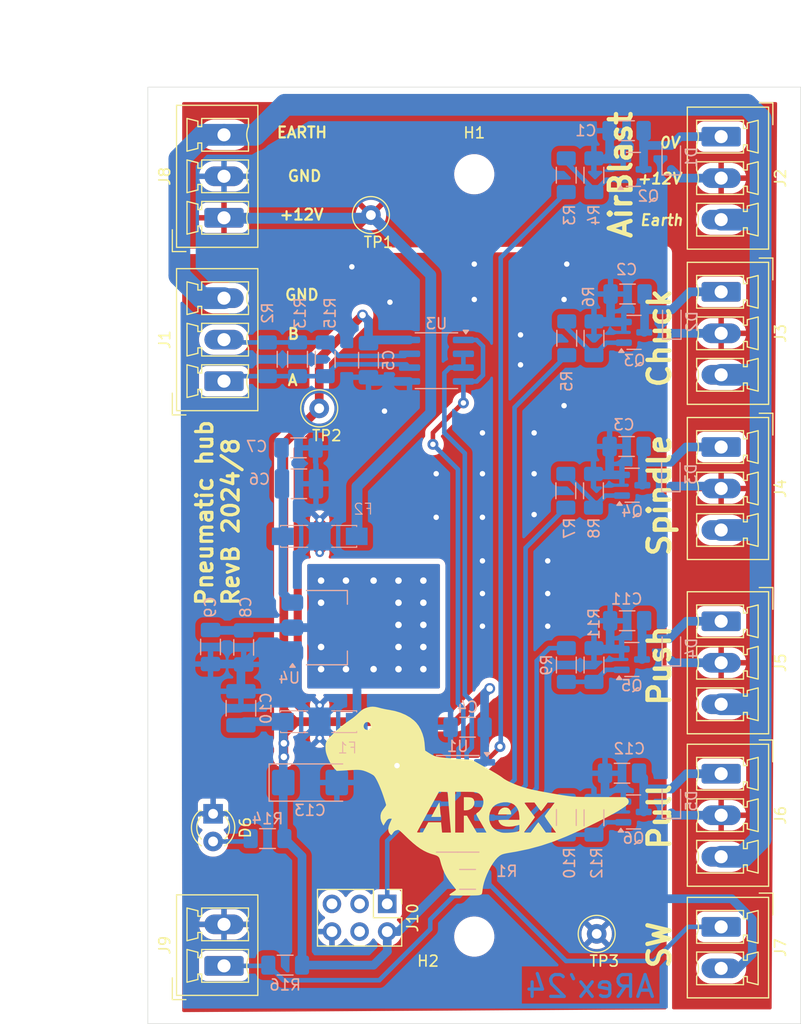
<source format=kicad_pcb>
(kicad_pcb (version 20240108) (generator "pcbnew") (generator_version "8.0")
  (layers (0 "F.Cu" signal) (31 "B.Cu" signal) (34 "B.Paste" user) (35 "F.Paste" user) (36 "B.SilkS" user "B.Silkscreen") (37 "F.SilkS" user "F.Silkscreen") (38 "B.Mask" user) (39 "F.Mask" user) (44 "Edge.Cuts" user))
  (net 0 "")
  (net 1 "GND")
  (net 2 "Earth")
  (net 3 "Net-(U4-VI)")
  (net 4 "VCC")
  (net 5 "+12V")
  (net 6 "Net-(Q2-G)")
  (net 7 "Net-(Q3-G)")
  (net 8 "Net-(Q4-G)")
  (net 9 "Net-(Q5-G)")
  (net 10 "Net-(Q6-G)")
  (net 11 "AIR_BLAST")
  (net 12 "CHUCK_CLAMP")
  (net 13 "SPINDLE_CLEAN")
  (net 14 "DOOR_PUSH")
  (net 15 "DOOR_PULL")
  (net 20 "UPDI")
  (net 21 "PRESSURE_ON")
  (net 22 "/A")
  (net 23 "Net-(D6-A)")
  (net 24 "Net-(U1-PA1)")
  (net 25 "Net-(U1-PA4)")
  (net 27 "OD_CC")
  (net 28 "Net-(D2-A)")
  (net 29 "Net-(D3-A)")
  (net 30 "Net-(D4-A)")
  (net 31 "Net-(D5-A)")
  (net 32 "/B")
  (net 33 "/VO")
  (net 34 "MAIN_PRESSURE_ON")
  (footprint "Connector_Phoenix_MC:PhoenixContact_MCV_1,5_3-G-3.81_1x03_P3.81mm_Vertical" (layer "F.Cu") (at 174.6875 72.7975 -90)
    (property "Reference" "J3")
    (property "Value" "Conn_01x03_Pin" (hide yes))
  )
  (footprint "TestPoint:TestPoint_Loop_D2.60mm_Drill0.9mm_Beaded" (layer "F.Cu") (at 163.25 131.75)
    (property "Reference" "TP3")
    (property "Value" "GND")
  )
  (footprint "Connector_Phoenix_MC:PhoenixContact_MCV_1,5_3-G-3.81_1x03_P3.81mm_Vertical" (layer "F.Cu") (at 174.6875 87.0475 -90)
    (property "Reference" "J4")
    (property "Value" "Conn_01x03_Pin" (hide yes))
  )
  (footprint "Connector_Phoenix_MC:PhoenixContact_MCV_1,5_2-G-3.81_1x02_P3.81mm_Vertical" (layer "F.Cu") (at 129 134.6875 90)
    (property "Reference" "J9")
    (property "Value" "Conn_01x02_Pin")
  )
  (footprint "Connector_Phoenix_MC:PhoenixContact_MCV_1,5_3-G-3.81_1x03_P3.81mm_Vertical" (layer "F.Cu") (at 174.6875 58.5475 -90)
    (property "Reference" "J2")
    (property "Value" "Conn_01x03_Pin" (hide yes))
  )
  (footprint "Connector_Phoenix_MC:PhoenixContact_MCV_1,5_3-G-3.81_1x03_P3.81mm_Vertical" (layer "F.Cu") (at 174.6875 117.0475 -90)
    (property "Reference" "J6")
    (property "Value" "Conn_01x03_Pin" (hide yes))
  )
  (footprint "Connector_Phoenix_MC:PhoenixContact_MCV_1,5_2-G-3.81_1x02_P3.81mm_Vertical" (layer "F.Cu") (at 174.6875 131.1075 -90)
    (property "Reference" "J7")
    (property "Value" "Conn_01x02_Pin" (hide yes))
  )
  (footprint "Connector_Phoenix_MC:PhoenixContact_MCV_1,5_3-G-3.81_1x03_P3.81mm_Vertical" (layer "F.Cu") (at 174.6875 103.0475 -90)
    (property "Reference" "J5")
    (property "Value" "Conn_01x03_Pin" (hide yes))
  )
  (footprint "TestPoint:TestPoint_Loop_D2.60mm_Drill0.9mm_Beaded" (layer "F.Cu") (at 137.75 83.5)
    (property "Reference" "TP2")
    (property "Value" "Vcc")
  )
  (footprint "Connector_Phoenix_MC:PhoenixContact_MCV_1,5_3-G-3.81_1x03_P3.81mm_Vertical" (layer "F.Cu") (at 129 66 90)
    (property "Reference" "J8")
    (property "Value" "Conn_01x03_Pin" (hide yes))
  )
  (footprint "Connector_Phoenix_MC:PhoenixContact_MCV_1,5_3-G-3.81_1x03_P3.81mm_Vertical" (layer "F.Cu") (at 129 81 90)
    (property "Reference" "J1")
    (property "Value" "Conn_01x03_Pin" (hide yes))
  )
  (footprint "MountingHole:MountingHole_3.2mm_M3_DIN965" (layer "F.Cu") (at 152 62)
    (property "Reference" "H1")
    (property "Value" "MountingHole")
  )
  (footprint "LED_THT:LED_D3.0mm" (layer "F.Cu") (at 128 120.725 -90)
    (property "Reference" "D6")
    (property "Value" "LED")
  )
  (footprint "LOGO" (layer "F.Cu") (at 152.25 119.5)
    (property "Reference" "G***" (hide yes))
    (property "Value" "LOGO" (hide yes))
  )
  (footprint "Connector_PinHeader_2.54mm:PinHeader_2x03_P2.54mm_Vertical" (layer "F.Cu") (at 144 129 -90)
    (property "Reference" "J10")
    (property "Value" "AVR-UPDI-6")
  )
  (footprint "MountingHole:MountingHole_3.2mm_M3_DIN965" (layer "F.Cu") (at 152 132)
    (property "Reference" "H2")
    (property "Value" "MountingHole")
  )
  (footprint "TestPoint:TestPoint_Loop_D2.60mm_Drill0.9mm_Beaded" (layer "F.Cu") (at 142.5 65.75)
    (property "Reference" "TP1")
    (property "Value" "+12V")
  )
  (footprint "Resistor_SMD:R_1206_3216Metric_Pad1.30x1.75mm_HandSolder" (layer "B.Cu") (at 163 77.064 -90)
    (property "Reference" "R6")
    (property "Value" "10K")
  )
  (footprint "Capacitor_SMD:C_1206_3216Metric_Pad1.33x1.80mm_HandSolder" (layer "B.Cu") (at 165.5785 117)
    (property "Reference" "C12")
    (property "Value" "1u")
  )
  (footprint "Resistor_SMD:R_1206_3216Metric_Pad1.30x1.75mm_HandSolder" (layer "B.Cu") (at 163 121.09 -90)
    (property "Reference" "R12")
    (property "Value" "10K")
  )
  (footprint "Resistor_SMD:R_1206_3216Metric_Pad1.30x1.75mm_HandSolder" (layer "B.Cu") (at 160.4985 77.064 90)
    (property "Reference" "R5")
    (property "Value" "22")
  )
  (footprint "Package_TO_SOT_SMD:SOT-23" (layer "B.Cu") (at 166.682 76.5195)
    (property "Reference" "Q3")
    (property "Value" "DMN6075S")
  )
  (footprint "Resistor_SMD:R_1206_3216Metric_Pad1.30x1.75mm_HandSolder" (layer "B.Cu") (at 134.62 134.62)
    (property "Reference" "R16")
    (property "Value" "10K")
  )
  (footprint "Package_TO_SOT_SMD:SOT-23" (layer "B.Cu") (at 166.6345 120.556)
    (property "Reference" "Q6")
    (property "Value" "DMN6075S")
  )
  (footprint "Capacitor_SMD:C_1210_3225Metric_Pad1.33x2.70mm_HandSolder" (layer "B.Cu") (at 135.89 90.424)
    (property "Reference" "C6")
    (property "Value" "10u 50V")
  )
  (footprint "Resistor_SMD:R_1206_3216Metric_Pad1.30x1.75mm_HandSolder" (layer "B.Cu") (at 135.76 78.994 -90)
    (property "Reference" "R13")
    (property "Value" "332")
  )
  (footprint "Capacitor_Tantalum_SMD:CP_EIA-6032-28_Kemet-C" (layer "B.Cu") (at 136.906 117.856)
    (property "Reference" "C13")
    (property "Value" "47uF")
  )
  (footprint "Adarwoo:Murata_NFM61R" (layer "B.Cu") (at 137.795 112.268 180)
    (property "Reference" "F1")
    (property "Value" "~")
  )
  (footprint "Capacitor_SMD:C_1210_3225Metric_Pad1.33x2.70mm_HandSolder" (layer "B.Cu") (at 130.556 111.0365 90)
    (property "Reference" "C10")
    (property "Value" "100n")
  )
  (footprint "Resistor_SMD:R_1206_3216Metric_Pad1.30x1.75mm_HandSolder" (layer "B.Cu") (at 132.978 78.994 -90)
    (property "Reference" "R2")
    (property "Value" "332")
  )
  (footprint "Capacitor_SMD:C_1206_3216Metric_Pad1.33x1.80mm_HandSolder" (layer "B.Cu") (at 166 87)
    (property "Reference" "C3")
    (property "Value" "1u")
  )
  (footprint "Diode_SMD:D_SOD-323F" (layer "B.Cu") (at 170.1505 75.54 90)
    (property "Reference" "D2")
    (property "Value" "4448")
  )
  (footprint "Capacitor_SMD:C_1206_3216Metric_Pad1.33x1.80mm_HandSolder" (layer "B.Cu") (at 166 58)
    (property "Reference" "C1")
    (property "Value" "1u")
  )
  (footprint "Capacitor_SMD:C_1206_3216Metric_Pad1.33x1.80mm_HandSolder" (layer "B.Cu") (at 166.0865 73)
    (property "Reference" "C2")
    (property "Value" "1u")
  )
  (footprint "Package_TO_SOT_SMD:SOT-23" (layer "B.Cu") (at 166.625 61.556)
    (property "Reference" "Q2")
    (property "Value" "DMN6075S")
  )
  (footprint "Diode_SMD:D_SOD-323F" (layer "B.Cu") (at 170.1025 60.456 90)
    (property "Reference" "D1")
    (property "Value" "4448")
  )
  (footprint "Diode_SMD:D_SOD-323F" (layer "B.Cu") (at 170.112 119.54 90)
    (property "Reference" "D5")
    (property "Value" "4448")
  )
  (footprint "Resistor_SMD:R_1206_3216Metric_Pad1.30x1.75mm_HandSolder" (layer "B.Cu") (at 160.4505 62.09 90)
    (property "Reference" "R3")
    (property "Value" "22")
  )
  (footprint "Package_SO:SOIC-14_3.9x8.7mm_P1.27mm" (layer "B.Cu") (at 150.475 119.81 180)
    (property "Reference" "U1")
    (property "Value" "ATtiny3224-SS")
  )
  (footprint "Capacitor_SMD:C_1206_3216Metric_Pad1.33x1.80mm_HandSolder" (layer "B.Cu") (at 166.048 103)
    (property "Reference" "C11")
    (property "Value" "1u")
  )
  (footprint "Package_TO_SOT_SMD:SOT-223" (layer "B.Cu") (at 138.43 103.632)
    (property "Reference" "U4")
    (property "Value" "LM1117DT-5.0")
  )
  (footprint "Resistor_SMD:R_1206_3216Metric_Pad1.30x1.75mm_HandSolder" (layer "B.Cu") (at 162.9905 62.09 -90)
    (property "Reference" "R4")
    (property "Value" "10K")
  )
  (footprint "Diode_SMD:D_SOD-323F" (layer "B.Cu") (at 170.064 89.54 90)
    (property "Reference" "D3")
    (property "Value" "4448")
  )
  (footprint "Adarwoo:Murata_NFM61R" (layer "B.Cu") (at 137.795 95.25 180)
    (property "Reference" "F2")
    (property "Value" "~")
  )
  (footprint "Resistor_SMD:R_1206_3216Metric_Pad1.30x1.75mm_HandSolder" (layer "B.Cu") (at 160.412 91.064 90)
    (property "Reference" "R7")
    (property "Value" "22")
  )
  (footprint "Resistor_SMD:R_1206_3216Metric_Pad1.30x1.75mm_HandSolder" (layer "B.Cu") (at 151.384 126.746 180)
    (property "Reference" "R1")
    (property "Value" "10K")
  )
  (footprint "Resistor_SMD:R_1206_3216Metric_Pad1.30x1.75mm_HandSolder" (layer "B.Cu") (at 162.952 91.064 -90)
    (property "Reference" "R8")
    (property "Value" "10K")
  )
  (footprint "Resistor_SMD:R_1206_3216Metric_Pad1.30x1.75mm_HandSolder" (layer "B.Cu") (at 163 107.064 -90)
    (property "Reference" "R11")
    (property "Value" "10K")
  )
  (footprint "Capacitor_SMD:C_1206_3216Metric_Pad1.33x1.80mm_HandSolder" (layer "B.Cu") (at 151.384 112.776 180)
    (property "Reference" "C4")
    (property "Value" "1u")
  )
  (footprint "Capacitor_SMD:C_1206_3216Metric_Pad1.33x1.80mm_HandSolder" (layer "B.Cu") (at 127.762 105.41 -90)
    (property "Reference" "C9")
    (property "Value" "100n")
  )
  (footprint "Resistor_SMD:R_1206_3216Metric_Pad1.30x1.75mm_HandSolder" (layer "B.Cu") (at 160.46 107.064 -90)
    (property "Reference" "R9")
    (property "Value" "22")
  )
  (footprint "Capacitor_SMD:C_1206_3216Metric_Pad1.33x1.80mm_HandSolder" (layer "B.Cu") (at 135.8515 87.122)
    (property "Reference" "C7")
    (property "Value" "100n")
  )
  (footprint "Package_TO_SOT_SMD:SOT-23" (layer "B.Cu") (at 166.4775 106.556)
    (property "Reference" "Q5")
    (property "Value" "DMN6075S" (hide yes))
  )
  (footprint "Capacitor_SMD:C_1206_3216Metric_Pad1.33x1.80mm_HandSolder" (layer "B.Cu") (at 130.81 105.4485 -90)
    (property "Reference" "C8")
    (property "Value" "4u7 10V")
  )
  (footprint "Resistor_SMD:R_1206_3216Metric_Pad1.30x1.75mm_HandSolder" (layer "B.Cu") (at 138.3 78.994 -90)
    (property "Reference" "R15")
    (property "Value" "332")
  )
  (footprint "Resistor_SMD:R_1206_3216Metric_Pad1.30x1.75mm_HandSolder" (layer "B.Cu") (at 160.46 121.064 -90)
    (property "Reference" "R10")
    (property "Value" "22")
  )
  (footprint "Resistor_SMD:R_1206_3216Metric_Pad1.30x1.75mm_HandSolder" (layer "B.Cu") (at 133 123 180)
    (property "Reference" "R14")
    (property "Value" "470")
  )
  (footprint "Capacitor_SMD:C_1206_3216Metric_Pad1.33x1.80mm_HandSolder" (layer "B.Cu") (at 142.278 79.0755 90)
    (property "Reference" "C5")
    (property "Value" "1u")
  )
  (footprint "Diode_SMD:D_SOD-323F" (layer "B.Cu") (at 170.112 105.54 90)
    (property "Reference" "D4")
    (property "Value" "4448")
  )
  (footprint "Package_SO:SOIC-8_3.9x4.9mm_P1.27mm" (layer "B.Cu") (at 148.525 79.121 180)
    (property "Reference" "U3")
    (property "Value" "LT1785AxS8")
  )
  (footprint "Package_TO_SOT_SMD:SOT-23" (layer "B.Cu") (at 166.508 90.556)
    (property "Reference" "Q4")
    (property "Value" "DMN6075S")
  )
  (gr_circle (center 152 62) (end 151.496 58.674) (stroke (width 0.2)) (fill none) (layer "F.Cu") (net 5))
  (gr_rect (start 122 54) (end 182 140) (stroke (width 0.05)) (fill none) (layer "Edge.Cuts"))
  (gr_text "ARex'24" (at 168.75 137.75 0) (layer "B.Cu") (effects (font (size 2 2) (thickness 0.3) (bold yes)) (justify left bottom mirror)))
  (gr_text "EARTH" (at 133.75 58.75 0) (layer "F.SilkS") (effects (font (size 1 1) (thickness 0.2) (bold yes)) (justify left bottom)))
  (gr_text "Spindle" (at 170.18 97.282 90) (layer "F.SilkS") (effects (font (size 2 2) (thickness 0.4) (bold yes)) (justify left bottom)))
  (gr_text "A" (at 134.75 81.5 0) (layer "F.SilkS") (effects (font (size 1 1) (thickness 0.2) (bold yes)) (justify left bottom)))
  (gr_text "SW" (at 170.18 135.128 90) (layer "F.SilkS") (effects (font (size 2 2) (thickness 0.4) (bold yes)) (justify left bottom)))
  (gr_text "Chuck" (at 170.18 81.788 90) (layer "F.SilkS") (effects (font (size 2 2) (thickness 0.4) (bold yes)) (justify left bottom)))
  (gr_text "Earth" (at 167.132 66.802 0) (layer "F.SilkS") (effects (font (size 1 1) (thickness 0.2) (bold yes) (italic yes)) (justify left bottom)))
  (gr_text "Pneumatic hub\nRevB 2024/8" (at 130.5 101.75 90) (layer "F.SilkS") (effects (font (size 1.5 1.5) (thickness 0.3) (bold yes)) (justify left bottom)))
  (gr_text "B" (at 134.75 77.25 0) (layer "F.SilkS") (effects (font (size 1 1) (thickness 0.2) (bold yes)) (justify left bottom)))
  (gr_text "AirBlast" (at 166.624 68.072 90) (layer "F.SilkS") (effects (font (size 2 2) (thickness 0.4) (bold yes)) (justify left bottom)))
  (gr_text "GND" (at 134.75 62.75 0) (layer "F.SilkS") (effects (font (size 1 1) (thickness 0.2) (bold yes)) (justify left bottom)))
  (gr_text "+12V" (at 134 66.294 0) (layer "F.SilkS") (effects (font (size 1 1) (thickness 0.2) (bold yes)) (justify left bottom)))
  (gr_text "0V" (at 168.91 59.69 0) (layer "F.SilkS") (effects (font (size 1 1) (thickness 0.2) (bold yes) (italic yes)) (justify left bottom)))
  (gr_text "+12V" (at 166.878 62.992 0) (layer "F.SilkS") (effects (font (size 1 1) (thickness 0.2) (bold yes) (italic yes)) (justify left bottom)))
  (gr_text "GND" (at 134.5 73.66 0) (layer "F.SilkS") (effects (font (size 1 1) (thickness 0.2) (bold yes)) (justify left bottom)))
  (gr_text "Pull" (at 170.18 124.206 90) (layer "F.SilkS") (effects (font (size 2 2) (thickness 0.4) (bold yes)) (justify left bottom)))
  (gr_text "Push" (at 170.18 110.998 90) (layer "F.SilkS") (effects (font (size 2 2) (thickness 0.4) (bold yes)) (justify left bottom)))
  (via (at 160.5 70.25) (size 1) (drill 0.5) (layers "F.Cu" "B.Cu") (net 1))
  (via (at 157.5 85.75) (size 1) (drill 0.5) (layers "F.Cu" "B.Cu") (net 1))
  (via (at 158.75 97.5) (size 1) (drill 0.5) (layers "F.Cu" "B.Cu") (net 1))
  (via (at 156.25 76.75) (size 1) (drill 0.5) (layers "F.Cu" "B.Cu") (net 1))
  (via (at 160.25 83.25) (size 1) (drill 0.5) (layers "F.Cu" "B.Cu") (net 1))
  (via (at 152.75 97.5) (size 1) (drill 0.5) (layers "F.Cu" "B.Cu") (net 1))
  (via (at 140.75 70.5) (size 1) (drill 0.5) (layers "F.Cu" "B.Cu") (net 1))
  (via (at 143.75 83.75) (size 1) (drill 0.5) (layers "F.Cu" "B.Cu") (net 1))
  (via (at 144.25 73.75) (size 1) (drill 0.5) (layers "F.Cu" "B.Cu") (net 1))
  (via (at 148.5 93.5) (size 1) (drill 0.5) (layers "F.Cu" "B.Cu") (net 1))
  (via (at 158.75 100.5) (size 1) (drill 0.5) (layers "F.Cu" "B.Cu") (net 1))
  (via (at 157.5 93.25) (size 1) (drill 0.5) (layers "F.Cu" "B.Cu") (net 1))
  (via (at 152 70.25) (size 1) (drill 0.5) (layers "F.Cu" "B.Cu") (net 1))
  (via (at 158.75 103.5) (size 1) (drill 0.5) (layers "F.Cu" "B.Cu") (net 1))
  (via (at 148.5 89.5) (size 1) (drill 0.5) (layers "F.Cu" "B.Cu") (net 1))
  (via (at 152 73.5) (size 1) (drill 0.5) (layers "F.Cu" "B.Cu") (net 1))
  (via (at 152.75 85.75) (size 1) (drill 0.5) (layers "F.Cu" "B.Cu") (net 1))
  (via (at 160.25 73.5) (size 1) (drill 0.5) (layers "F.Cu" "B.Cu") (net 1))
  (via (at 152.75 89.5) (size 1) (drill 0.5) (layers "F.Cu" "B.Cu") (net 1))
  (via (at 152.75 100.5) (size 1) (drill 0.5) (layers "F.Cu" "B.Cu") (net 1))
  (via (at 152.75 93.5) (size 1) (drill 0.5) (layers "F.Cu" "B.Cu") (net 1))
  (via (at 157.5 89.5) (size 1) (drill 0.5) (layers "F.Cu" "B.Cu") (net 1))
  (via (at 156.25 79.5) (size 1) (drill 0.5) (layers "F.Cu" "B.Cu") (net 1))
  (via (at 152.75 103.5) (size 1) (drill 0.5) (layers "F.Cu" "B.Cu") (net 1))
  (segment (start 142.278 80.638) (end 142.666 81.026) (width 0.8) (layer "B.Cu") (net 1))
  (segment (start 175.65443 128.524) (end 168.402 128.524) (width 0.8) (layer "B.Cu") (net 1))
  (segment (start 165.6875 60.606) (end 164.084 60.606) (width 0.8) (layer "B.Cu") (net 1))
  (segment (start 164.4855 103) (end 164.4855 105.4995) (width 0.8) (layer "B.Cu") (net 1))
  (segment (start 164.524 75.514) (end 163 75.514) (width 0.8) (layer "B.Cu") (net 1))
  (segment (start 131.889 105.932) (end 130.81 107.011) (width 0.8) (layer "B.Cu") (net 1))
  (segment (start 164.4375 87) (end 164.4375 89.5065) (width 0.8) (layer "B.Cu") (net 1))
  (segment (start 164.084 60.606) (end 163.0565 60.606) (width 0.8) (layer "B.Cu") (net 1))
  (segment (start 174.6875 134.9175) (end 176.2325 134.9175) (width 0.8) (layer "B.Cu") (net 1))
  (segment (start 164.4375 89.5065) (end 164.338 89.606) (width 0.8) (layer "B.Cu") (net 1))
  (segment (start 135.28 105.932) (end 131.889 105.932) (width 0.8) (layer "B.Cu") (net 1))
  (segment (start 164.016 119.538) (end 164.084 119.606) (width 0.8) (layer "B.Cu") (net 1))
  (segment (start 165.7445 75.5695) (end 163.0555 75.5695) (width 0.8) (layer "B.Cu") (net 1))
  (segment (start 164.4855 105.4995) (end 164.592 105.606) (width 0.8) (layer "B.Cu") (net 1))
  (segment (start 165.697 119.606) (end 164.084 119.606) (width 0.8) (layer "B.Cu") (net 1))
  (segment (start 177.546 133.604) (end 177.546 130.41557) (width 0.8) (layer "B.Cu") (net 1))
  (segment (start 164.4375 58) (end 164.4375 60.2525) (width 0.8) (layer "B.Cu") (net 1))
  (segment (start 130.556 109.474) (end 130.556 107.265) (width 0.8) (layer "B.Cu") (net 1))
  (segment (start 164.524 73) (end 164.524 75.514) (width 0.8) (layer "B.Cu") (net 1))
  (segment (start 164.592 105.606) (end 163.092 105.606) (width 0.8) (layer "B.Cu") (net 1))
  (segment (start 127.762 106.9725) (end 130.7715 106.9725) (width 0.8) (layer "B.Cu") (net 1))
  (segment (start 142.666 81.026) (end 146.05 81.026) (width 0.8) (layer "B.Cu") (net 1))
  (segment (start 165.54 105.606) (end 164.592 105.606) (width 0.8) (layer "B.Cu") (net 1))
  (segment (start 177.546 130.41557) (end 175.65443 128.524) (width 0.8) (layer "B.Cu") (net 1))
  (segment (start 164.4375 60.2525) (end 164.084 60.606) (width 0.8) (layer "B.Cu") (net 1))
  (segment (start 165.5705 89.606) (end 164.338 89.606) (width 0.8) (layer "B.Cu") (net 1))
  (segment (start 164.016 117) (end 164.016 119.538) (width 0.8) (layer "B.Cu") (net 1))
  (segment (start 164.338 89.606) (end 163.044 89.606) (width 0.8) (layer "B.Cu") (net 1))
  (segment (start 176.2325 134.9175) (end 177.546 133.604) (width 0.8) (layer "B.Cu") (net 1))
  (segment (start 164.084 119.606) (end 163.066 119.606) (width 0.8) (layer "B.Cu") (net 1))
  (segment (start 178.308 56.896) (end 178.308 80.264) (width 2) (layer "B.Cu") (net 2))
  (segment (start 178.308 110.236) (end 178.308 123.047) (width 2) (layer "B.Cu") (net 2))
  (segment (start 129 73.38) (end 126.98 73.38) (width 2) (layer "B.Cu") (net 2))
  (segment (start 129 58.38) (end 131.866 58.38) (width 2) (layer "B.Cu") (net 2))
  (segment (start 127.12 58.38) (end 129 58.38) (width 2) (layer "B.Cu") (net 2))
  (segment (start 174.6875 66.1675) (end 178.1815 66.1675) (width 2) (layer "B.Cu") (net 2))
  (segment (start 178.308 94.488) (end 178.308 110.236) (width 2) (layer "B.Cu") (net 2))
  (segment (start 177.038 55.626) (end 178.308 56.896) (width 2) (layer "B.Cu") (net 2))
  (segment (start 126.98 73.38) (end 124.9 71.3) (width 2) (layer "B.Cu") (net 2))
  (segment (start 178.308 123.047) (end 176.6875 124.6675) (width 2) (layer "B.Cu") (net 2))
  (segment (start 174.6875 80.4175) (end 178.1545 80.4175) (width 2) (layer "B.Cu") (net 2))
  (segment (start 131.866 58.38) (end 134.62 55.626) (width 2) (layer "B.Cu") (net 2))
  (segment (start 178.308 80.264) (end 178.308 94.488) (width 2) (layer "B.Cu") (net 2))
  (segment (start 178.1285 94.6675) (end 178.308 94.488) (width 2) (layer "B.Cu") (net 2))
  (segment (start 176.6875 124.6675) (end 174.6875 124.6675) (width 2) (layer "B.Cu") (net 2))
  (segment (start 134.62 55.626) (end 177.038 55.626) (width 2) (layer "B.Cu") (net 2))
  (segment (start 124.9 60.6) (end 127.12 58.38) (width 2) (layer "B.Cu") (net 2))
  (segment (start 177.8765 110.6675) (end 178.308 110.236) (width 2) (layer "B.Cu") (net 2))
  (segment (start 174.6875 94.6675) (end 178.1285 94.6675) (width 2) (layer "B.Cu") (net 2))
  (segment (start 178.1545 80.4175) (end 178.308 80.264) (width 2) (layer "B.Cu") (net 2))
  (segment (start 124.9 71.3) (end 124.9 60.6) (width 2) (layer "B.Cu") (net 2))
  (segment (start 174.6875 110.6675) (end 177.8765 110.6675) (width 2) (layer "B.Cu") (net 2))
  (segment (start 134.289 87.122) (end 134.289 90.3855) (width 0.8) (layer "B.Cu") (net 3))
  (segment (start 135.28 101.332) (end 134.424 100.476) (width 0.8) (layer "B.Cu") (net 3))
  (segment (start 134.424 95.25) (end 134.424 90.5205) (width 0.8) (layer "B.Cu") (net 3))
  (segment (start 134.424 100.476) (end 134.424 95.25) (width 0.8) (layer "B.Cu") (net 3))
  (segment (start 135.636 112.268) (end 135.516 112.268) (width 0.8) (layer "F.Cu") (net 4))
  (segment (start 134.5 114.25) (end 134.5 113.284) (width 0.8) (layer "F.Cu") (net 4))
  (segment (start 134.5 113.284) (end 134.62 113.284) (width 0.8) (layer "F.Cu") (net 4))
  (segment (start 134.5 113.284) (end 134.5 111.252) (width 0.8) (layer "F.Cu") (net 4))
  (segment (start 134.5 111.252) (end 134.5 86.75) (width 0.8) (layer "F.Cu") (net 4))
  (segment (start 134.5 115.5) (end 134.5 114.25) (width 0.8) (layer "F.Cu") (net 4))
  (segment (start 135.516 112.268) (end 134.5 111.252) (width 0.8) (layer "F.Cu") (net 4))
  (segment (start 137.75 78.912) (end 141.732 74.93) (width 0.8) (layer "F.Cu") (net 4))
  (segment (start 150.368 112.268) (end 153.416 109.22) (width 0.8) (layer "F.Cu") (net 4))
  (segment (start 135.636 112.268) (end 150.368 112.268) (width 0.8) (layer "F.Cu") (net 4))
  (segment (start 134.5 112.268) (end 135.636 112.268) (width 0.8) (layer "F.Cu") (net 4))
  (segment (start 134.5 86.75) (end 137.75 83.5) (width 0.8) (layer "F.Cu") (net 4))
  (segment (start 137.75 83.5) (end 137.75 78.912) (width 0.8) (layer "F.Cu") (net 4))
  (segment (start 134.62 113.284) (end 135.636 112.268) (width 0.8) (layer "F.Cu") (net 4))
  (via (at 141.732 74.93) (size 1) (drill 0.6) (layers "F.Cu" "B.Cu") (net 4))
  (via (at 134.5 114.25) (size 1) (drill 0.6) (layers "F.Cu" "B.Cu") (net 4))
  (via (at 153.416 109.22) (size 1) (drill 0.6) (layers "F.Cu" "B.Cu") (net 4))
  (via (at 134.5 115.5) (size 1) (drill 0.6) (layers "F.Cu" "B.Cu") (net 4))
  (segment (start 153.416 109.22) (end 152.9465 109.6895) (width 0.8) (layer "B.Cu") (net 4))
  (segment (start 149.834 126.746) (end 145.04 131.54) (width 0.8) (layer "B.Cu") (net 4))
  (segment (start 136.17 124.62) (end 134.55 123) (width 0.8) (layer "B.Cu") (net 4))
  (segment (start 136.17 134.62) (end 136.17 124.62) (width 0.8) (layer "B.Cu") (net 4))
  (segment (start 146.05 77.216) (end 142.575 77.216) (width 0.8) (layer "B.Cu") (net 4))
  (segment (start 134.4435 117.856) (end 134.4435 112.2875) (width 0.8) (layer "B.Cu") (net 4))
  (segment (start 142.278 75.476) (end 141.732 74.93) (width 0.8) (layer "B.Cu") (net 4))
  (segment (start 152.9465 109.6895) (end 152.9465 112.776) (width 0.8) (layer "B.Cu") (net 4))
  (segment (start 145.04 131.54) (end 144 131.54) (width 0.8) (layer "B.Cu") (net 4))
  (segment (start 142.748 134.62) (end 136.17 134.62) (width 0.8) (layer "B.Cu") (net 4))
  (segment (start 152.95 116) (end 152.95 112.7795) (width 0.8) (layer "B.Cu") (net 4))
  (segment (start 130.887 112.268) (end 130.556 112.599) (width 0.8) (layer "B.Cu") (net 4))
  (segment (start 142.278 77.513) (end 142.278 75.476) (width 0.8) (layer "B.Cu") (net 4))
  (segment (start 144 131.54) (end 144 133.332) (width 0.8) (layer "B.Cu") (net 4))
  (segment (start 134.424 112.268) (end 130.887 112.268) (width 0.8) (layer "B.Cu") (net 4))
  (segment (start 144.018 133.35) (end 142.748 134.62) (width 0.8) (layer "B.Cu") (net 4))
  (segment (start 144 133.332) (end 144.018 133.35) (width 0.8) (layer "B.Cu") (net 4))
  (segment (start 142.575 77.216) (end 142.278 77.513) (width 0.8) (layer "B.Cu") (net 4))
  (segment (start 134.4435 117.856) (end 134.4435 122.8935) (width 0.8) (layer "B.Cu") (net 4))
  (segment (start 148 83.902) (end 148 71.25) (width 1) (layer "B.Cu") (net 5))
  (segment (start 170.3295 106.8575) (end 170.112 106.64) (width 0.8) (layer "B.Cu") (net 5))
  (segment (start 142.5 65.75) (end 142.21 66.04) (width 1) (layer "B.Cu") (net 5))
  (segment (start 148 71.25) (end 142.5 65.75) (width 1) (layer "B.Cu") (net 5))
  (segment (start 170.904 62.3575) (end 170.1025 61.556) (width 0.8) (layer "B.Cu") (net 5))
  (segment (start 170.183 76.6075) (end 170.1505 76.64) (width 0.8) (layer "B.Cu") (net 5))
  (segment (start 174.6875 76.6075) (end 170.183 76.6075) (width 0.8) (layer "B.Cu") (net 5))
  (segment (start 141.224 95.25) (end 141.224 90.678) (width 1) (layer "B.Cu") (net 5))
  (segment (start 170.3295 120.8575) (end 170.112 120.64) (width 0.8) (layer "B.Cu") (net 5))
  (segment (start 170.064 90.64) (end 174.47 90.64) (width 0.8) (layer "B.Cu") (net 5))
  (segment (start 174.6875 106.8575) (end 170.3295 106.8575) (width 0.8) (layer "B.Cu") (net 5))
  (segment (start 142.21 66.04) (end 129.04 66.04) (width 1) (layer "B.Cu") (net 5))
  (segment (start 174.6875 62.3575) (end 170.904 62.3575) (width 0.8) (layer "B.Cu") (net 5))
  (segment (start 174.6875 120.8575) (end 170.3295 120.8575) (width 0.8) (layer "B.Cu") (net 5))
  (segment (start 141.224 90.678) (end 148 83.902) (width 1) (layer "B.Cu") (net 5))
  (segment (start 162.9905 63.4225) (end 160.4505 60.8825) (width 0.42) (layer "B.Cu") (net 6))
  (segment (start 165.6875 62.506) (end 164.1245 62.506) (width 0.42) (layer "B.Cu") (net 6))
  (segment (start 164.1245 62.506) (end 162.9905 63.64) (width 0.42) (layer "B.Cu") (net 6))
  (segment (start 160.4985 75.514) (end 160.4985 76.1125) (width 0.42) (layer "B.Cu") (net 7))
  (segment (start 160.4985 76.1125) (end 163 78.614) (width 0.42) (layer "B.Cu") (net 7))
  (segment (start 164.1445 77.4695) (end 163 78.614) (width 0.42) (layer "B.Cu") (net 7))
  (segment (start 165.7445 77.4695) (end 164.1445 77.4695) (width 0.42) (layer "B.Cu") (net 7))
  (segment (start 165.5705 91.506) (end 164.06 91.506) (width 0.42) (layer "B.Cu") (net 8))
  (segment (start 162.952 92.614) (end 162.952 92.054) (width 0.42) (layer "B.Cu") (net 8))
  (segment (start 162.952 92.054) (end 160.412 89.514) (width 0.42) (layer "B.Cu") (net 8))
  (segment (start 164.06 91.506) (end 162.952 92.614) (width 0.42) (layer "B.Cu") (net 8))
  (segment (start 165.54 107.506) (end 164.108 107.506) (width 0.42) (layer "B.Cu") (net 9))
  (segment (start 163 108.614) (end 160.46 108.614) (width 0.42) (layer "B.Cu") (net 9))
  (segment (start 164.108 107.506) (end 163 108.614) (width 0.42) (layer "B.Cu") (net 9))
  (segment (start 163 122.64) (end 160.486 122.64) (width 0.42) (layer "B.Cu") (net 10))
  (segment (start 164.134 121.506) (end 163 122.64) (width 0.42) (layer "B.Cu") (net 10))
  (segment (start 165.697 121.506) (end 164.134 121.506) (width 0.42) (layer "B.Cu") (net 10))
  (segment (start 154.362 114.554) (end 154.362 114.624) (width 0.42) (layer "F.Cu") (net 11))
  (segment (start 154.362 114.624) (end 152.686 116.3) (width 0.42) (layer "F.Cu") (net 11))
  (segment (start 152.686 116.3) (end 144.9 116.3) (width 0.42) (layer "F.Cu") (net 11))
  (via (at 144.9 116.3) (size 1) (drill 0.5) (layers "F.Cu" "B.Cu") (net 11))
  (via (at 154.362 114.554) (size 1) (drill 0.5) (layers "F.Cu" "B.Cu") (net 11))
  (segment (start 144.9 116.3) (end 145.87 117.27) (width 0.42) (layer "B.Cu") (net 11))
  (segment (start 145.87 117.27) (end 148 117.27) (width 0.42) (layer "B.Cu") (net 11))
  (segment (start 154.432 69.6585) (end 160.4505 63.64) (width 0.42) (layer "B.Cu") (net 11))
  (segment (start 154.362 114.554) (end 154.432 114.484) (width 0.42) (layer "B.Cu") (net 11))
  (segment (start 154.432 114.484) (end 154.432 69.6585) (width 0.42) (layer "B.Cu") (net 11))
  (segment (start 154.764 118.54) (end 155.702 117.602) (width 0.42) (layer "B.Cu") (net 12))
  (segment (start 155.702 83.4105) (end 160.4985 78.614) (width 0.42) (layer "B.Cu") (net 12))
  (segment (start 155.702 117.602) (end 155.702 83.4105) (width 0.42) (layer "B.Cu") (net 12))
  (segment (start 152.95 118.54) (end 154.764 118.54) (width 0.42) (layer "B.Cu") (net 12))
  (segment (start 156.718 96.308) (end 160.412 92.614) (width 0.42) (layer "B.Cu") (net 13))
  (segment (start 156.718 118.11) (end 156.718 96.308) (width 0.42) (layer "B.Cu") (net 13))
  (segment (start 155.018 119.81) (end 156.718 118.11) (width 0.42) (layer "B.Cu") (net 13))
  (segment (start 152.95 119.81) (end 155.018 119.81) (width 0.42) (layer "B.Cu") (net 13))
  (segment (start 157.734 106.68) (end 158.9 105.514) (width 0.42) (layer "B.Cu") (net 14))
  (segment (start 152.95 121.08) (end 155.018 121.08) (width 0.42) (layer "B.Cu") (net 14))
  (segment (start 157.734 118.364) (end 157.734 106.68) (width 0.42) (layer "B.Cu") (net 14))
  (segment (start 155.018 121.08) (end 157.734 118.364) (width 0.42) (layer "B.Cu") (net 14))
  (segment (start 158.9 105.514) (end 160.46 105.514) (width 0.42) (layer "B.Cu") (net 14))
  (segment (start 158.486 119.514) (end 160.46 119.514) (width 0.42) (layer "B.Cu") (net 15))
  (segment (start 155.65 122.35) (end 158.486 119.514) (width 0.42) (layer "B.Cu") (net 15))
  (segment (start 152.95 122.35) (end 155.65 122.35) (width 0.42) (layer "B.Cu") (net 15))
  (segment (start 148 121.08) (end 146.128 121.08) (width 0.42) (layer "B.Cu") (net 20))
  (segment (start 144 123.208) (end 144 129) (width 0.42) (layer "B.Cu") (net 20))
  (segment (start 146.128 121.08) (end 144 123.208) (width 0.42) (layer "B.Cu") (net 20))
  (segment (start 152.934 126.746) (end 152.934 123.636) (width 0.42) (layer "B.Cu") (net 21))
  (segment (start 168.512325 134.237675) (end 171.6425 131.1075) (width 0.42) (layer "B.Cu") (net 21))
  (segment (start 160.425675 134.237675) (end 168.512325 134.237675) (width 0.42) (layer "B.Cu") (net 21))
  (segment (start 152.934 126.746) (end 160.425675 134.237675) (width 0.42) (layer "B.Cu") (net 21))
  (segment (start 171.6425 131.1075) (end 174.6875 131.1075) (width 0.42) (layer "B.Cu") (net 21))
  (segment (start 138.3 80.544) (end 135.76 80.544) (width 0.42) (layer "B.Cu") (net 22))
  (segment (start 132.978 80.544) (end 129.456 80.544) (width 0.42) (layer "B.Cu") (net 22))
  (segment (start 146.05 79.756) (end 145.750001 79.456001) (width 0.42) (layer "B.Cu") (net 22))
  (segment (start 139.387999 79.456001) (end 138.3 80.544) (width 0.42) (layer "B.Cu") (net 22))
  (segment (start 135.76 80.544) (end 132.978 80.544) (width 0.42) (layer "B.Cu") (net 22))
  (segment (start 145.750001 79.456001) (end 139.387999 79.456001) (width 0.42) (layer "B.Cu") (net 22))
  (segment (start 131.185 123.265) (end 128 123.265) (width 0.42) (layer "B.Cu") (net 23))
  (segment (start 150.934 83) (end 151 83) (width 0.42) (layer "F.Cu") (net 24))
  (segment (start 148.2 85.734) (end 150.934 83) (width 0.42) (layer "F.Cu") (net 24))
  (segment (start 148.2 86.8) (end 148.2 85.734) (width 0.42) (layer "F.Cu") (net 24))
  (via (at 148.2 86.8) (size 1) (drill 0.5) (layers "F.Cu" "B.Cu") (net 24))
  (via (at 151 83) (size 1) (drill 0.5) (layers "F.Cu" "B.Cu") (net 24))
  (segment (start 150.994 111.072062) (end 150.495 110.573062) (width 0.42) (layer "B.Cu") (net 24))
  (segment (start 151 83) (end 151 81.026) (width 0.42) (layer "B.Cu") (net 24))
  (segment (start 149.7 119.81) (end 150.55573 118.95427) (width 0.42) (layer "B.Cu") (net 24))
  (segment (start 150.55573 118.95427) (end 150.55573 114.73827) (width 0.42) (layer "B.Cu") (net 24))
  (segment (start 150.495 89.095) (end 148.2 86.8) (width 0.42) (layer "B.Cu") (net 24))
  (segment (start 148 119.81) (end 149.7 119.81) (width 0.42) (layer "B.Cu") (net 24))
  (segment (start 151 77.216) (end 152.216 77.216) (width 0.42) (layer "B.Cu") (net 24))
  (segment (start 150.55573 114.73827) (end 150.994 114.3) (width 0.42) (layer "B.Cu") (net 24))
  (segment (start 152.224 81.026) (end 151 81.026) (width 0.42) (layer "B.Cu") (net 24))
  (segment (start 152.216 77.216) (end 152.8 77.8) (width 0.42) (layer "B.Cu") (net 24))
  (segment (start 150.994 114.3) (end 150.994 111.072062) (width 0.42) (layer "B.Cu") (net 24))
  (segment (start 150.495 110.573062) (end 150.495 89.095) (width 0.42) (layer "B.Cu") (net 24))
  (segment (start 152.8 77.8) (end 152.8 80.45) (width 0.42) (layer "B.Cu") (net 24))
  (segment (start 152.8 80.45) (end 152.224 81.026) (width 0.42) (layer "B.Cu") (net 24))
  (segment (start 151.3 116.8) (end 151.77 117.27) (width 0.42) (layer "B.Cu") (net 25))
  (segment (start 151.13 109.775625) (end 151.774 110.419625) (width 0.42) (layer "B.Cu") (net 25))
  (segment (start 151.13 87.63) (end 151.13 109.775625) (width 0.42) (layer "B.Cu") (net 25))
  (segment (start 149.25 80.25) (end 149.25 85.75) (width 0.42) (layer "B.Cu") (net 25))
  (segment (start 151 79.756) (end 151 78.486) (width 0.42) (layer "B.Cu") (net 25))
  (segment (start 151.774 110.419625) (end 151.774 114.626) (width 0.42) (layer "B.Cu") (net 25))
  (segment (start 151.3 115.1) (end 151.3 116.8) (width 0.42) (layer "B.Cu") (net 25))
  (segment (start 151.774 114.626) (end 151.3 115.1) (width 0.42) (layer "B.Cu") (net 25))
  (segment (start 149.25 85.75) (end 151.13 87.63) (width 0.42) (layer "B.Cu") (net 25))
  (segment (start 151.77 117.27) (end 152.95 117.27) (width 0.42) (layer "B.Cu") (net 25))
  (segment (start 149.744 79.756) (end 149.25 80.25) (width 0.42) (layer "B.Cu") (net 25))
  (segment (start 151 79.756) (end 149.744 79.756) (width 0.42) (layer "B.Cu") (net 25))
  (segment (start 174.6875 58.5475) (end 170.911 58.5475) (width 0.8) (layer "B.Cu") (net 27))
  (segment (start 170.1025 59.356) (end 167.5625 59.356) (width 0.8) (layer "B.Cu") (net 27))
  (segment (start 170.911 58.5475) (end 170.1025 59.356) (width 0.8) (layer "B.Cu") (net 27))
  (segment (start 167.5625 59.356) (end 167.5625 58) (width 0.8) (layer "B.Cu") (net 27))
  (segment (start 167.5625 61.556) (end 167.5625 58) (width 0.8) (layer "B.Cu") (net 27))
  (segment (start 167.649 76.49) (end 167.6195 76.5195) (width 0.8) (layer "B.Cu") (net 28))
  (segment (start 170.1505 74.44) (end 167.649 74.44) (width 0.8) (layer "B.Cu") (net 28))
  (segment (start 167.649 74.44) (end 167.649 73) (width 0.8) (layer "B.Cu") (net 28))
  (segment (start 174.6875 72.7975) (end 171.793 72.7975) (width 0.8) (layer "B.Cu") (net 28))
  (segment (start 171.793 72.7975) (end 170.1505 74.44) (width 0.8) (layer "B.Cu") (net 28))
  (segment (start 167.649 73) (end 167.649 76.49) (width 0.8) (layer "B.Cu") (net 28))
  (segment (start 167.4935 88.44) (end 167.4455 88.392) (width 0.8) (layer "B.Cu") (net 29))
  (segment (start 174.6875 87.0475) (end 171.4565 87.0475) (width 0.8) (layer "B.Cu") (net 29))
  (segment (start 167.4455 90.556) (end 167.4455 87.117) (width 0.8) (layer "B.Cu") (net 29))
  (segment (start 171.4565 87.0475) (end 170.064 88.44) (width 0.8) (layer "B.Cu") (net 29))
  (segment (start 170.064 88.44) (end 167.4935 88.44) (width 0.8) (layer "B.Cu") (net 29))
  (segment (start 167.4455 88.392) (end 167.4455 87.117) (width 0.8) (layer "B.Cu") (net 29))
  (segment (start 174.6875 103.0475) (end 171.5045 103.0475) (width 0.8) (layer "B.Cu") (net 30))
  (segment (start 169.904 104.648) (end 170.112 104.44) (width 0.8) (layer "B.Cu") (net 30))
  (segment (start 167.415 106.556) (end 167.415 103.1955) (width 0.8) (layer "B.Cu") (net 30))
  (segment (start 167.415 104.648) (end 169.904 104.648) (width 0.8) (layer "B.Cu") (net 30))
  (segment (start 167.415 103.1955) (end 167.415 104.648) (width 0.8) (layer "B.Cu") (net 30))
  (segment (start 171.5045 103.0475) (end 170.112 104.44) (width 0.8) (layer "B.Cu") (net 30))
  (segment (start 174.6875 117.0475) (end 171.5045 117.0475) (width 0.8) (layer "B.Cu") (net 31))
  (segment (start 167.572 117.431) (end 167.141 117) (width 0.8) (layer "B.Cu") (net 31))
  (segment (start 167.572 118.618) (end 167.572 117.431) (width 0.8) (layer "B.Cu") (net 31))
  (segment (start 170.112 118.44) (end 167.75 118.44) (width 0.8) (layer "B.Cu") (net 31))
  (segment (start 171.5045 117.0475) (end 170.112 118.44) (width 0.8) (layer "B.Cu") (net 31))
  (segment (start 167.572 120.556) (end 167.572 118.618) (width 0.8) (layer "B.Cu") (net 31))
  (segment (start 167.75 118.44) (end 167.572 118.618) (width 0.8) (layer "B.Cu") (net 31))
  (segment (start 145.796 78.486) (end 145.5965 78.6855) (width 0.42) (layer "B.Cu") (net 32))
  (segment (start 138.3 77.444) (end 135.76 77.444) (width 0.42) (layer "B.Cu") (net 32))
  (segment (start 145.5965 78.6855) (end 139.5415 78.6855) (width 0.42) (layer "B.Cu") (net 32))
  (segment (start 135.76 77.444) (end 132.978 77.444) (width 0.42) (layer "B.Cu") (net 32))
  (segment (start 139.5415 78.6855) (end 138.3 77.444) (width 0.42) (layer "B.Cu") (net 32))
  (segment (start 132.978 77.444) (end 129.254 77.444) (width 0.42) (layer "B.Cu") (net 32))
  (via (at 147.32 99.314) (size 1) (drill 0.6) (layers "F.Cu" "B.Cu") (net 33))
  (via (at 140.208 107.442) (size 1) (drill 0.6) (layers "F.Cu" "B.Cu") (net 33))
  (via (at 137.922 99.314) (size 1) (drill 0.6) (layers "F.Cu" "B.Cu") (net 33))
  (via (at 137.922 101.346) (size 1) (drill 0.6) (layers "F.Cu" "B.Cu") (net 33))
  (via (at 137.922 105.41) (size 1) (drill 0.6) (layers "F.Cu" "B.Cu") (net 33))
  (via (at 145.034 99.314) (size 1) (drill 0.6) (layers "F.Cu" "B.Cu") (net 33))
  (via (at 145.034 107.442) (size 1) (drill 0.6) (layers "F.Cu" "B.Cu") (net 33))
  (via (at 147.32 105.41) (size 1) (drill 0.6) (layers "F.Cu" "B.Cu") (net 33))
  (via (at 145.034 101.346) (size 1) (drill 0.6) (layers "F.Cu" "B.Cu") (net 33))
  (via (at 145.034 105.41) (size 1) (drill 0.6) (layers "F.Cu" "B.Cu") (net 33))
  (via (at 145.034 103.378) (size 1) (drill 0.6) (layers "F.Cu" "B.Cu") (net 33))
  (via (at 142.748 107.442) (size 1) (drill 0.6) (layers "F.Cu" "B.Cu") (net 33))
  (via (at 142.748 99.314) (size 1) (drill 0.6) (layers "F.Cu" "B.Cu") (net 33))
  (via (at 147.32 107.442) (size 1) (drill 0.6) (layers "F.Cu" "B.Cu") (net 33))
  (via (at 147.32 103.378) (size 1) (drill 0.6) (layers "F.Cu" "B.Cu") (net 33))
  (via (at 140.208 99.314) (size 1) (drill 0.6) (layers "F.Cu" "B.Cu") (net 33))
  (via (at 137.922 107.442) (size 1) (drill 0.6) (layers "F.Cu" "B.Cu") (net 33))
  (via (at 147.32 101.346) (size 1) (drill 0.6) (layers "F.Cu" "B.Cu") (net 33))
  (segment (start 138.176 103.632) (end 138.43 103.378) (width 0.8) (layer "B.Cu") (net 33))
  (segment (start 135.28 103.632) (end 138.176 103.632) (width 0.8) (layer "B.Cu") (net 33))
  (segment (start 130.81 103.886) (end 127.8005 103.886) (width 0.8) (layer "B.Cu") (net 33))
  (segment (start 135.28 103.632) (end 131.064 103.632) (width 0.8) (layer "B.Cu") (net 33))
  (segment (start 141.224 108.458) (end 140.208 107.442) (width 0.8) (layer "B.Cu") (net 33))
  (segment (start 141.224 112.268) (end 141.224 108.458) (width 0.8) (layer "B.Cu") (net 33))
  (segment (start 143.266934 136.005) (end 147.955 131.316934) (width 0.42) (layer "B.Cu") (net 34))
  (segment (start 151.384 125.349) (end 149.655 123.62) (width 0.42) (layer "B.Cu") (net 34))
  (segment (start 134.455 136.005) (end 143.266934 136.005) (width 0.42) (layer "B.Cu") (net 34))
  (segment (start 128.6425 134.6875) (end 133.0025 134.6875) (width 0.42) (layer "B.Cu") (net 34))
  (segment (start 151.384 127.508) (end 151.384 125.349) (width 0.42) (layer "B.Cu") (net 34))
  (segment (start 150.114 128.27) (end 150.622 128.27) (width 0.42) (layer "B.Cu") (net 34))
  (segment (start 133.07 134.62) (end 134.455 136.005) (width 0.42) (layer "B.Cu") (net 34))
  (segment (start 149.655 123.62) (end 148 123.62) (width 0.42) (layer "B.Cu") (net 34))
  (segment (start 147.955 131.316934) (end 147.955 130.429) (width 0.42) (layer "B.Cu") (net 34))
  (segment (start 147.955 130.429) (end 150.114 128.27) (width 0.42) (layer "B.Cu") (net 34))
  (segment (start 150.622 128.27) (end 151.384 127.508) (width 0.42) (layer "B.Cu") (net 34))
  (zone (net 1) (net_name "GND") (layer "F.Cu") (priority 2) (connect_pads (clearance 0.5)) (min_thickness 0.25) (fill yes (thermal_gap 0.5) (thermal_bridge_width 0.5))
    (polygon (pts (xy 125.16 69.338) (xy 169.672 69.088) (xy 169.672 138.684) (xy 125.16 138.934)))
  )
  (zone (net 5) (net_name "+12V") (layer "F.Cu") (priority 1) (connect_pads (clearance 0.5)) (min_thickness 0.25) (fill yes (thermal_gap 0.5) (thermal_bridge_width 0.5))
    (polygon (pts (xy 125.16 55.372) (xy 179.832 55.372) (xy 179.324 138.684) (xy 169.672 138.684) (xy 169.672 69.088) (xy 125.16 69.088)))
  )
  (zone (net 33) (net_name "/VO") (layers "F&B.Cu") (priority 3) (connect_pads yes (clearance 0.5)) (min_thickness 0.25) (fill yes (thermal_gap 0.5) (thermal_bridge_width 0.5))
    (polygon (pts (xy 148.844 109.22) (xy 148.844 97.79) (xy 136.652 97.79) (xy 136.652 109.22)))
  )
  (zone (net 1) (net_name "GND") (layer "B.Cu") (connect_pads (clearance 0.5)) (min_thickness 0.25) (fill yes (thermal_gap 0.5) (thermal_bridge_width 0.5))
    (polygon (pts (xy 124.968 60.198) (xy 131.572 60.198) (xy 137 57) (xy 169.75 57) (xy 169.7855 138.6075) (xy 125.1875 138.6075)))
  )
)
</source>
